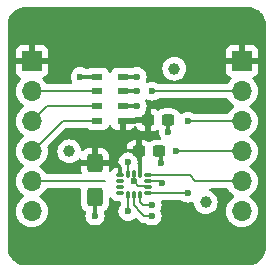
<source format=gbr>
%TF.GenerationSoftware,KiCad,Pcbnew,8.0.8*%
%TF.CreationDate,2025-02-11T16:16:20-05:00*%
%TF.ProjectId,IMU,494d552e-6b69-4636-9164-5f7063625858,rev?*%
%TF.SameCoordinates,Original*%
%TF.FileFunction,Copper,L1,Top*%
%TF.FilePolarity,Positive*%
%FSLAX46Y46*%
G04 Gerber Fmt 4.6, Leading zero omitted, Abs format (unit mm)*
G04 Created by KiCad (PCBNEW 8.0.8) date 2025-02-11 16:16:20*
%MOMM*%
%LPD*%
G01*
G04 APERTURE LIST*
G04 Aperture macros list*
%AMRoundRect*
0 Rectangle with rounded corners*
0 $1 Rounding radius*
0 $2 $3 $4 $5 $6 $7 $8 $9 X,Y pos of 4 corners*
0 Add a 4 corners polygon primitive as box body*
4,1,4,$2,$3,$4,$5,$6,$7,$8,$9,$2,$3,0*
0 Add four circle primitives for the rounded corners*
1,1,$1+$1,$2,$3*
1,1,$1+$1,$4,$5*
1,1,$1+$1,$6,$7*
1,1,$1+$1,$8,$9*
0 Add four rect primitives between the rounded corners*
20,1,$1+$1,$2,$3,$4,$5,0*
20,1,$1+$1,$4,$5,$6,$7,0*
20,1,$1+$1,$6,$7,$8,$9,0*
20,1,$1+$1,$8,$9,$2,$3,0*%
G04 Aperture macros list end*
%TA.AperFunction,SMDPad,CuDef*%
%ADD10C,1.000000*%
%TD*%
%TA.AperFunction,ComponentPad*%
%ADD11R,1.700000X1.700000*%
%TD*%
%TA.AperFunction,ComponentPad*%
%ADD12O,1.700000X1.700000*%
%TD*%
%TA.AperFunction,SMDPad,CuDef*%
%ADD13RoundRect,0.250000X-0.425000X0.537500X-0.425000X-0.537500X0.425000X-0.537500X0.425000X0.537500X0*%
%TD*%
%TA.AperFunction,SMDPad,CuDef*%
%ADD14RoundRect,0.087500X0.225000X0.087500X-0.225000X0.087500X-0.225000X-0.087500X0.225000X-0.087500X0*%
%TD*%
%TA.AperFunction,SMDPad,CuDef*%
%ADD15RoundRect,0.087500X0.087500X0.225000X-0.087500X0.225000X-0.087500X-0.225000X0.087500X-0.225000X0*%
%TD*%
%TA.AperFunction,SMDPad,CuDef*%
%ADD16RoundRect,0.237500X-0.300000X-0.237500X0.300000X-0.237500X0.300000X0.237500X-0.300000X0.237500X0*%
%TD*%
%TA.AperFunction,SMDPad,CuDef*%
%ADD17R,0.950000X0.550000*%
%TD*%
%TA.AperFunction,ViaPad*%
%ADD18C,0.600000*%
%TD*%
%TA.AperFunction,Conductor*%
%ADD19C,0.200000*%
%TD*%
%TA.AperFunction,Conductor*%
%ADD20C,0.355600*%
%TD*%
G04 APERTURE END LIST*
D10*
%TO.P,FID1,*%
%TO.N,*%
X138694000Y-102976000D03*
%TD*%
%TO.P,FID2,*%
%TO.N,*%
X136027000Y-91673000D03*
%TD*%
D11*
%TO.P,J1,1,Pin_1*%
%TO.N,+3.3V*%
X141752000Y-91038000D03*
D12*
%TO.P,J1,2,Pin_2*%
%TO.N,/sensors/imu_miso*%
X141752000Y-93578000D03*
%TO.P,J1,3,Pin_3*%
%TO.N,/sensors/imu_mosi*%
X141752000Y-96118000D03*
%TO.P,J1,4,Pin_4*%
%TO.N,/sensors/imu_sclk*%
X141752000Y-98658000D03*
%TO.P,J1,5,Pin_5*%
%TO.N,/sensors/imu_int1*%
X141752000Y-101198000D03*
%TO.P,J1,6,Pin_6*%
%TO.N,GNDD*%
X141752000Y-103738000D03*
%TD*%
D13*
%TO.P,C2,1*%
%TO.N,+3.3V*%
X129312500Y-99654500D03*
%TO.P,C2,2*%
%TO.N,GNDD*%
X129312500Y-102529500D03*
%TD*%
D14*
%TO.P,U2,1,SDO/SA0*%
%TO.N,/sensors/imu_mosi*%
X133777000Y-102214000D03*
%TO.P,U2,2,SDX*%
%TO.N,GNDD*%
X133777000Y-101714000D03*
%TO.P,U2,3,SCX*%
X133777000Y-101214000D03*
%TO.P,U2,4,INT1*%
%TO.N,/sensors/imu_int1*%
X133777000Y-100714000D03*
D15*
%TO.P,U2,5,VDDIO*%
%TO.N,+3.3V*%
X133114500Y-100551500D03*
%TO.P,U2,6,GND*%
%TO.N,GNDD*%
X132614500Y-100551500D03*
%TO.P,U2,7,GND*%
X132114500Y-100551500D03*
D14*
%TO.P,U2,8,VDD*%
%TO.N,+3.3V*%
X131452000Y-100714000D03*
%TO.P,U2,9,INT2*%
%TO.N,/sensors/imu_int2*%
X131452000Y-101214000D03*
%TO.P,U2,10,NC*%
%TO.N,unconnected-(U2-NC-Pad10)*%
X131452000Y-101714000D03*
%TO.P,U2,11,NC*%
%TO.N,unconnected-(U2-NC-Pad11)*%
X131452000Y-102214000D03*
D15*
%TO.P,U2,12,CS*%
%TO.N,GNDD*%
X132114500Y-102376500D03*
%TO.P,U2,13,SCL*%
%TO.N,/sensors/imu_sclk*%
X132614500Y-102376500D03*
%TO.P,U2,14,SDA*%
%TO.N,/sensors/imu_miso*%
X133114500Y-102376500D03*
%TD*%
D10*
%TO.P,FID3,*%
%TO.N,*%
X127137000Y-98658000D03*
%TD*%
D16*
%TO.P,C1,1*%
%TO.N,+3.3V*%
X133784000Y-96012000D03*
%TO.P,C1,2*%
%TO.N,GNDD*%
X135509000Y-96012000D03*
%TD*%
D17*
%TO.P,U1,1,VDD*%
%TO.N,+3.3V*%
X131657500Y-96098000D03*
%TO.P,U1,2,PS*%
%TO.N,GNDD*%
X131657500Y-94848000D03*
%TO.P,U1,3,GND*%
X131657500Y-93598000D03*
%TO.P,U1,4,CSB*%
X131657500Y-92348000D03*
%TO.P,U1,5,CSB*%
X129507500Y-92348000D03*
%TO.P,U1,6,SDO*%
%TO.N,/sensors/pres_miso*%
X129507500Y-93598000D03*
%TO.P,U1,7,SDI/SDA*%
%TO.N,/sensors/pres_mosi*%
X129507500Y-94848000D03*
%TO.P,U1,8,SCLK*%
%TO.N,/sensors/pres_sclk*%
X129507500Y-96098000D03*
%TD*%
D16*
%TO.P,C3,1*%
%TO.N,+3.3V*%
X133032000Y-98679000D03*
%TO.P,C3,2*%
%TO.N,GNDD*%
X134757000Y-98679000D03*
%TD*%
D11*
%TO.P,J2,1,Pin_1*%
%TO.N,+3.3V*%
X123962000Y-91038000D03*
D12*
%TO.P,J2,2,Pin_2*%
%TO.N,/sensors/pres_miso*%
X123962000Y-93578000D03*
%TO.P,J2,3,Pin_3*%
%TO.N,/sensors/pres_mosi*%
X123962000Y-96118000D03*
%TO.P,J2,4,Pin_4*%
%TO.N,/sensors/pres_sclk*%
X123962000Y-98658000D03*
%TO.P,J2,5,Pin_5*%
%TO.N,/sensors/imu_int2*%
X123962000Y-101198000D03*
%TO.P,J2,6,Pin_6*%
%TO.N,GNDD*%
X123962000Y-103738000D03*
%TD*%
D18*
%TO.N,GNDD*%
X132106500Y-103759000D03*
X134874000Y-99668500D03*
X129312500Y-104140000D03*
X132106500Y-99568000D03*
X132878500Y-92348000D03*
X132878500Y-94848000D03*
X132878500Y-93598000D03*
X135509000Y-97001500D03*
X128052500Y-92348000D03*
X132614500Y-101219000D03*
X135027500Y-101346000D03*
%TO.N,/sensors/imu_miso*%
X134138500Y-103251000D03*
X134138500Y-93578000D03*
%TO.N,/sensors/imu_sclk*%
X136170500Y-98658000D03*
X134138500Y-104140000D03*
%TO.N,/sensors/imu_mosi*%
X137170000Y-102214000D03*
X137186500Y-96118000D03*
%TD*%
D19*
%TO.N,+3.3V*%
X131687500Y-96012000D02*
X131657500Y-95982000D01*
D20*
X131657500Y-96098000D02*
X133698000Y-96098000D01*
D19*
X133698000Y-96098000D02*
X133784000Y-96012000D01*
X133114500Y-98713500D02*
X133149000Y-98679000D01*
D20*
X131452000Y-100056500D02*
X131050000Y-99654500D01*
X131452000Y-100596000D02*
X131452000Y-100056500D01*
X133114500Y-100433500D02*
X133114500Y-98713500D01*
X131050000Y-99654500D02*
X129312500Y-99654500D01*
D19*
%TO.N,GNDD*%
X133777000Y-101214000D02*
X134895500Y-101214000D01*
X132965500Y-92348000D02*
X133005500Y-92308000D01*
X134895500Y-101214000D02*
X135027500Y-101346000D01*
X132114500Y-100433500D02*
X132114500Y-99576000D01*
X133777000Y-101596000D02*
X132991500Y-101596000D01*
X132878500Y-92348000D02*
X132965500Y-92348000D01*
X132991500Y-101596000D02*
X132614500Y-101219000D01*
X132114500Y-102258500D02*
X132114500Y-103751000D01*
X132106500Y-103759000D02*
X132114500Y-103751000D01*
D20*
X131657500Y-93598000D02*
X132878500Y-93598000D01*
D19*
X132114500Y-99576000D02*
X132106500Y-99568000D01*
D20*
X131657500Y-94848000D02*
X132878500Y-94848000D01*
X129312500Y-102529500D02*
X129312500Y-104140000D01*
X131657500Y-92348000D02*
X132878500Y-92348000D01*
D19*
X132614500Y-100433500D02*
X132614500Y-101219000D01*
D20*
X129507500Y-92348000D02*
X128052500Y-92348000D01*
X135509000Y-96012000D02*
X135509000Y-97001500D01*
X134874000Y-99668500D02*
X134874000Y-98679000D01*
D19*
%TO.N,/sensors/pres_miso*%
X129507500Y-93598000D02*
X129487500Y-93578000D01*
X123962000Y-93472000D02*
X124216000Y-93472000D01*
X129487500Y-93578000D02*
X123962000Y-93578000D01*
X124216000Y-93472000D02*
X124226000Y-93482000D01*
%TO.N,/sensors/imu_int1*%
X137800500Y-101198000D02*
X137316500Y-100714000D01*
X141752000Y-101198000D02*
X137800500Y-101198000D01*
X137316500Y-100714000D02*
X133777000Y-100714000D01*
%TO.N,/sensors/imu_int2*%
X123978000Y-101214000D02*
X123962000Y-101198000D01*
X123966000Y-101096000D02*
X123962000Y-101092000D01*
X130165500Y-101214000D02*
X123978000Y-101214000D01*
%TO.N,/sensors/imu_miso*%
X133376500Y-103251000D02*
X134138500Y-103251000D01*
X133114500Y-102258500D02*
X133114500Y-102989000D01*
X134138500Y-93578000D02*
X141752000Y-93578000D01*
X133114500Y-102989000D02*
X133376500Y-103251000D01*
%TO.N,/sensors/pres_sclk*%
X124136750Y-98552000D02*
X123962000Y-98552000D01*
X129507500Y-96098000D02*
X126590750Y-96098000D01*
X126590750Y-96098000D02*
X124136750Y-98552000D01*
%TO.N,/sensors/imu_sclk*%
X133503500Y-104140000D02*
X134138500Y-104140000D01*
X132614500Y-103251000D02*
X133249500Y-103886000D01*
X136170500Y-98658000D02*
X141752000Y-98658000D01*
X133249500Y-103886000D02*
X133503500Y-104140000D01*
X132614500Y-102258500D02*
X132614500Y-103251000D01*
%TO.N,/sensors/imu_mosi*%
X137186500Y-96118000D02*
X141752000Y-96118000D01*
X137056500Y-102214000D02*
X137170000Y-102214000D01*
X133777000Y-102214000D02*
X137056500Y-102214000D01*
%TO.N,/sensors/pres_mosi*%
X123962000Y-96118000D02*
X125232000Y-94848000D01*
X125232000Y-94848000D02*
X129507500Y-94848000D01*
%TD*%
%TA.AperFunction,Conductor*%
%TO.N,+3.3V*%
G36*
X140529948Y-94198185D02*
G01*
X140575292Y-94250097D01*
X140577965Y-94255830D01*
X140710445Y-94445031D01*
X140713501Y-94449395D01*
X140713506Y-94449402D01*
X140880597Y-94616493D01*
X140880603Y-94616498D01*
X141066158Y-94746425D01*
X141109783Y-94801002D01*
X141116977Y-94870500D01*
X141085454Y-94932855D01*
X141066158Y-94949575D01*
X140880597Y-95079505D01*
X140713506Y-95246596D01*
X140577965Y-95440170D01*
X140577962Y-95440175D01*
X140575289Y-95445909D01*
X140529115Y-95498346D01*
X140462909Y-95517500D01*
X137768912Y-95517500D01*
X137701873Y-95497815D01*
X137691597Y-95490445D01*
X137688763Y-95488185D01*
X137688762Y-95488184D01*
X137570023Y-95413575D01*
X137536023Y-95392211D01*
X137365754Y-95332631D01*
X137365749Y-95332630D01*
X137186504Y-95312435D01*
X137186496Y-95312435D01*
X137007250Y-95332630D01*
X137007245Y-95332631D01*
X136836976Y-95392211D01*
X136684237Y-95488184D01*
X136680618Y-95491803D01*
X136619293Y-95525285D01*
X136549602Y-95520296D01*
X136493671Y-95478422D01*
X136486501Y-95466444D01*
X136486199Y-95466631D01*
X136482408Y-95460485D01*
X136482408Y-95460484D01*
X136391840Y-95313650D01*
X136269850Y-95191660D01*
X136178629Y-95135395D01*
X136123018Y-95101093D01*
X136123013Y-95101091D01*
X136121569Y-95100612D01*
X135959253Y-95046826D01*
X135959251Y-95046825D01*
X135858178Y-95036500D01*
X135159830Y-95036500D01*
X135159812Y-95036501D01*
X135058747Y-95046825D01*
X134894984Y-95101092D01*
X134894981Y-95101093D01*
X134748148Y-95191661D01*
X134733825Y-95205984D01*
X134672501Y-95239468D01*
X134602809Y-95234482D01*
X134558465Y-95205982D01*
X134544538Y-95192055D01*
X134544534Y-95192052D01*
X134397811Y-95101551D01*
X134397800Y-95101546D01*
X134234152Y-95047319D01*
X134133154Y-95037000D01*
X134034000Y-95037000D01*
X134034000Y-96986999D01*
X134133140Y-96986999D01*
X134133154Y-96986998D01*
X134234152Y-96976680D01*
X134397800Y-96922453D01*
X134397807Y-96922450D01*
X134518989Y-96847703D01*
X134586381Y-96829262D01*
X134653045Y-96850184D01*
X134697815Y-96903825D01*
X134707308Y-96967122D01*
X134705069Y-96986998D01*
X134703436Y-97001496D01*
X134703435Y-97001501D01*
X134703435Y-97001503D01*
X134723630Y-97180749D01*
X134723631Y-97180754D01*
X134783211Y-97351023D01*
X134882889Y-97509658D01*
X134881368Y-97510613D01*
X134904337Y-97566878D01*
X134891578Y-97635573D01*
X134843706Y-97686465D01*
X134780981Y-97703500D01*
X134407830Y-97703500D01*
X134407812Y-97703501D01*
X134306747Y-97713825D01*
X134142984Y-97768092D01*
X134142981Y-97768093D01*
X133996148Y-97858661D01*
X133981825Y-97872984D01*
X133920501Y-97906468D01*
X133850809Y-97901482D01*
X133806465Y-97872982D01*
X133792538Y-97859055D01*
X133792534Y-97859052D01*
X133645811Y-97768551D01*
X133645800Y-97768546D01*
X133482152Y-97714319D01*
X133381154Y-97704000D01*
X133282000Y-97704000D01*
X133282000Y-99632958D01*
X133286666Y-99641504D01*
X133289500Y-99667862D01*
X133289500Y-99784699D01*
X133269815Y-99851738D01*
X133217011Y-99897493D01*
X133147853Y-99907437D01*
X133090014Y-99883075D01*
X132998538Y-99812883D01*
X132975772Y-99803453D01*
X132921370Y-99759610D01*
X132899307Y-99693316D01*
X132900008Y-99675009D01*
X132912065Y-99568002D01*
X132912065Y-99567996D01*
X132891869Y-99388750D01*
X132891866Y-99388737D01*
X132832290Y-99218479D01*
X132801006Y-99168690D01*
X132782000Y-99102719D01*
X132782000Y-98929000D01*
X132629870Y-98929000D01*
X132563898Y-98909994D01*
X132456023Y-98842211D01*
X132285754Y-98782631D01*
X132285749Y-98782630D01*
X132106504Y-98762435D01*
X132106496Y-98762435D01*
X131927250Y-98782630D01*
X131927245Y-98782631D01*
X131756976Y-98842211D01*
X131604237Y-98938184D01*
X131476684Y-99065737D01*
X131380711Y-99218476D01*
X131321131Y-99388745D01*
X131321130Y-99388750D01*
X131300935Y-99567996D01*
X131300935Y-99568003D01*
X131321130Y-99747249D01*
X131321133Y-99747262D01*
X131365497Y-99874045D01*
X131369059Y-99943824D01*
X131334331Y-100004451D01*
X131272337Y-100036679D01*
X131248458Y-100039000D01*
X131188487Y-100039000D01*
X131073640Y-100054118D01*
X131073628Y-100054122D01*
X130930719Y-100113316D01*
X130930713Y-100113319D01*
X130807990Y-100207489D01*
X130807989Y-100207490D01*
X130708871Y-100336663D01*
X130706212Y-100334623D01*
X130666832Y-100372101D01*
X130598212Y-100385258D01*
X130533372Y-100359228D01*
X130492898Y-100302275D01*
X130486760Y-100249222D01*
X130487499Y-100241990D01*
X130487500Y-100241973D01*
X130487500Y-99904500D01*
X128137501Y-99904500D01*
X128137501Y-100241986D01*
X128147993Y-100344695D01*
X128183053Y-100450495D01*
X128185455Y-100520324D01*
X128149723Y-100580366D01*
X128087203Y-100611559D01*
X128065347Y-100613500D01*
X125258552Y-100613500D01*
X125191513Y-100593815D01*
X125146171Y-100541907D01*
X125136036Y-100520173D01*
X125136034Y-100520170D01*
X125136033Y-100520169D01*
X125023342Y-100359228D01*
X125000494Y-100326597D01*
X124833402Y-100159506D01*
X124833396Y-100159501D01*
X124647842Y-100029575D01*
X124604217Y-99974998D01*
X124597023Y-99905500D01*
X124628546Y-99843145D01*
X124647842Y-99826425D01*
X124718214Y-99777150D01*
X124833401Y-99696495D01*
X125000495Y-99529401D01*
X125136035Y-99335830D01*
X125235903Y-99121663D01*
X125297063Y-98893408D01*
X125317659Y-98658000D01*
X126131659Y-98658000D01*
X126150975Y-98854129D01*
X126208188Y-99042733D01*
X126301086Y-99216532D01*
X126301090Y-99216539D01*
X126426116Y-99368883D01*
X126578460Y-99493909D01*
X126578467Y-99493913D01*
X126752266Y-99586811D01*
X126752269Y-99586811D01*
X126752273Y-99586814D01*
X126940868Y-99644024D01*
X127137000Y-99663341D01*
X127333132Y-99644024D01*
X127521727Y-99586814D01*
X127556926Y-99568000D01*
X127695532Y-99493913D01*
X127695538Y-99493910D01*
X127847883Y-99368883D01*
X127917647Y-99283876D01*
X127975392Y-99244542D01*
X128045237Y-99242671D01*
X128105005Y-99278859D01*
X128135721Y-99341614D01*
X128137500Y-99362541D01*
X128137500Y-99404500D01*
X129062500Y-99404500D01*
X129562500Y-99404500D01*
X130487499Y-99404500D01*
X130487499Y-99067028D01*
X130487498Y-99067013D01*
X130477005Y-98964302D01*
X130421858Y-98797880D01*
X130421856Y-98797875D01*
X130329815Y-98648654D01*
X130205845Y-98524684D01*
X130056624Y-98432643D01*
X130056619Y-98432641D01*
X129935014Y-98392345D01*
X131994500Y-98392345D01*
X131994500Y-98429000D01*
X132782000Y-98429000D01*
X132782000Y-97703999D01*
X132682860Y-97704000D01*
X132682844Y-97704001D01*
X132581847Y-97714319D01*
X132418199Y-97768546D01*
X132418188Y-97768551D01*
X132271465Y-97859052D01*
X132271461Y-97859055D01*
X132149555Y-97980961D01*
X132149552Y-97980965D01*
X132059051Y-98127688D01*
X132059046Y-98127699D01*
X132004819Y-98291347D01*
X131994500Y-98392345D01*
X129935014Y-98392345D01*
X129890197Y-98377494D01*
X129890190Y-98377493D01*
X129787486Y-98367000D01*
X129562500Y-98367000D01*
X129562500Y-99404500D01*
X129062500Y-99404500D01*
X129062500Y-98367000D01*
X128837529Y-98367000D01*
X128837512Y-98367001D01*
X128734802Y-98377494D01*
X128568380Y-98432641D01*
X128568375Y-98432643D01*
X128419157Y-98524682D01*
X128340593Y-98603246D01*
X128279269Y-98636730D01*
X128209578Y-98631746D01*
X128153644Y-98589874D01*
X128129509Y-98527717D01*
X128129210Y-98524684D01*
X128123024Y-98461868D01*
X128065814Y-98273273D01*
X128065811Y-98273269D01*
X128065811Y-98273266D01*
X127972913Y-98099467D01*
X127972909Y-98099460D01*
X127847883Y-97947116D01*
X127695539Y-97822090D01*
X127695532Y-97822086D01*
X127521733Y-97729188D01*
X127521727Y-97729186D01*
X127333132Y-97671976D01*
X127333129Y-97671975D01*
X127137000Y-97652659D01*
X126940870Y-97671975D01*
X126752266Y-97729188D01*
X126578467Y-97822086D01*
X126578460Y-97822090D01*
X126426116Y-97947116D01*
X126301090Y-98099460D01*
X126301086Y-98099467D01*
X126208188Y-98273266D01*
X126150975Y-98461870D01*
X126131659Y-98658000D01*
X125317659Y-98658000D01*
X125297063Y-98422592D01*
X125277200Y-98348463D01*
X125278863Y-98278614D01*
X125309292Y-98228691D01*
X126803166Y-96734819D01*
X126864489Y-96701334D01*
X126890847Y-96698500D01*
X128591546Y-96698500D01*
X128658585Y-96718185D01*
X128667657Y-96725495D01*
X128667855Y-96725232D01*
X128790164Y-96816793D01*
X128790171Y-96816797D01*
X128925017Y-96867091D01*
X128925016Y-96867091D01*
X128931944Y-96867835D01*
X128984627Y-96873500D01*
X130030372Y-96873499D01*
X130089983Y-96867091D01*
X130224831Y-96816796D01*
X130340046Y-96730546D01*
X130426296Y-96615331D01*
X130426388Y-96615086D01*
X130466584Y-96507313D01*
X130508454Y-96451379D01*
X130573919Y-96426961D01*
X130642192Y-96441812D01*
X130691598Y-96491217D01*
X130698948Y-96507312D01*
X130739145Y-96615086D01*
X130739149Y-96615093D01*
X130825309Y-96730187D01*
X130825312Y-96730190D01*
X130940406Y-96816350D01*
X130940413Y-96816354D01*
X131075120Y-96866596D01*
X131075127Y-96866598D01*
X131134655Y-96872999D01*
X131134672Y-96873000D01*
X131407500Y-96873000D01*
X131407500Y-96348000D01*
X131907500Y-96348000D01*
X131907500Y-96873000D01*
X132180328Y-96873000D01*
X132180344Y-96872999D01*
X132239872Y-96866598D01*
X132239879Y-96866596D01*
X132374586Y-96816354D01*
X132374593Y-96816350D01*
X132489687Y-96730190D01*
X132489690Y-96730187D01*
X132575850Y-96615093D01*
X132575853Y-96615088D01*
X132587907Y-96582769D01*
X132629778Y-96526834D01*
X132695241Y-96502416D01*
X132763515Y-96517267D01*
X132809628Y-96561003D01*
X132901552Y-96710034D01*
X132901555Y-96710038D01*
X133023461Y-96831944D01*
X133023465Y-96831947D01*
X133170188Y-96922448D01*
X133170199Y-96922453D01*
X133333847Y-96976680D01*
X133434851Y-96986999D01*
X133534000Y-96986998D01*
X133534000Y-96262000D01*
X132762500Y-96262000D01*
X132746703Y-96277796D01*
X132742815Y-96291039D01*
X132690011Y-96336794D01*
X132638500Y-96348000D01*
X131907500Y-96348000D01*
X131407500Y-96348000D01*
X131407500Y-96222000D01*
X131427185Y-96154961D01*
X131479989Y-96109206D01*
X131531500Y-96098000D01*
X131657500Y-96098000D01*
X131657500Y-95972000D01*
X131677185Y-95904961D01*
X131729989Y-95859206D01*
X131781500Y-95848000D01*
X132616500Y-95848000D01*
X132632296Y-95832203D01*
X132636185Y-95818961D01*
X132688989Y-95773206D01*
X132740500Y-95762000D01*
X133534000Y-95762000D01*
X133534000Y-95345110D01*
X133553007Y-95279138D01*
X133604287Y-95197526D01*
X133604287Y-95197524D01*
X133604289Y-95197522D01*
X133663868Y-95027255D01*
X133663869Y-95027249D01*
X133684065Y-94848003D01*
X133684065Y-94847996D01*
X133663869Y-94668750D01*
X133663868Y-94668745D01*
X133604288Y-94498475D01*
X133570706Y-94445031D01*
X133551705Y-94377794D01*
X133572072Y-94310959D01*
X133625340Y-94265745D01*
X133694596Y-94256506D01*
X133741671Y-94274065D01*
X133788973Y-94303787D01*
X133788977Y-94303788D01*
X133788978Y-94303789D01*
X133959245Y-94363368D01*
X133959250Y-94363369D01*
X134138496Y-94383565D01*
X134138500Y-94383565D01*
X134138504Y-94383565D01*
X134317749Y-94363369D01*
X134317752Y-94363368D01*
X134317755Y-94363368D01*
X134488022Y-94303789D01*
X134640762Y-94207816D01*
X134640767Y-94207810D01*
X134643597Y-94205555D01*
X134645775Y-94204665D01*
X134646658Y-94204111D01*
X134646755Y-94204265D01*
X134708283Y-94179145D01*
X134720912Y-94178500D01*
X140462909Y-94178500D01*
X140529948Y-94198185D01*
G37*
%TD.AperFunction*%
%TA.AperFunction,Conductor*%
G36*
X142286425Y-86458814D02*
G01*
X142486568Y-86473130D01*
X142504072Y-86475647D01*
X142695803Y-86517356D01*
X142712761Y-86522335D01*
X142896620Y-86590912D01*
X142912700Y-86598256D01*
X143070304Y-86684315D01*
X143084909Y-86692290D01*
X143099793Y-86701855D01*
X143256866Y-86819439D01*
X143270237Y-86831025D01*
X143408981Y-86969770D01*
X143420566Y-86983141D01*
X143538146Y-87140210D01*
X143547711Y-87155093D01*
X143641744Y-87327301D01*
X143649094Y-87343395D01*
X143717662Y-87527235D01*
X143722646Y-87544210D01*
X143764352Y-87735932D01*
X143766870Y-87753443D01*
X143770683Y-87806746D01*
X143776785Y-87892069D01*
X143781195Y-87953715D01*
X143781511Y-87962562D01*
X143781511Y-106813572D01*
X143781195Y-106822419D01*
X143766880Y-107022558D01*
X143764362Y-107040068D01*
X143722657Y-107231788D01*
X143717673Y-107248765D01*
X143649100Y-107432614D01*
X143641751Y-107448705D01*
X143547719Y-107620913D01*
X143538157Y-107635793D01*
X143420574Y-107792865D01*
X143408989Y-107806235D01*
X143270244Y-107944981D01*
X143256873Y-107956567D01*
X143099801Y-108074150D01*
X143084918Y-108083715D01*
X142912709Y-108177750D01*
X142896614Y-108185100D01*
X142712773Y-108253669D01*
X142695799Y-108258653D01*
X142504076Y-108300361D01*
X142486564Y-108302879D01*
X142286580Y-108317184D01*
X142277733Y-108317500D01*
X123426428Y-108317500D01*
X123417582Y-108317184D01*
X123395622Y-108315613D01*
X123217442Y-108302869D01*
X123199931Y-108300351D01*
X123008212Y-108258646D01*
X122991236Y-108253662D01*
X122807390Y-108185090D01*
X122791298Y-108177740D01*
X122619095Y-108083711D01*
X122604210Y-108074146D01*
X122447132Y-107956558D01*
X122433762Y-107944972D01*
X122295027Y-107806237D01*
X122283441Y-107792867D01*
X122283440Y-107792865D01*
X122165849Y-107635784D01*
X122156288Y-107620904D01*
X122062259Y-107448701D01*
X122054909Y-107432609D01*
X121986334Y-107248755D01*
X121981355Y-107231797D01*
X121939647Y-107040063D01*
X121937130Y-107022561D01*
X121922816Y-106822418D01*
X121922500Y-106813572D01*
X121922500Y-93577999D01*
X122606341Y-93577999D01*
X122606341Y-93578000D01*
X122626936Y-93813403D01*
X122626938Y-93813413D01*
X122688094Y-94041655D01*
X122688096Y-94041659D01*
X122688097Y-94041663D01*
X122784081Y-94247500D01*
X122787965Y-94255830D01*
X122787967Y-94255834D01*
X122923501Y-94449395D01*
X122923506Y-94449402D01*
X123090597Y-94616493D01*
X123090603Y-94616498D01*
X123276158Y-94746425D01*
X123319783Y-94801002D01*
X123326977Y-94870500D01*
X123295454Y-94932855D01*
X123276158Y-94949575D01*
X123090597Y-95079505D01*
X122923505Y-95246597D01*
X122787965Y-95440169D01*
X122787964Y-95440171D01*
X122688098Y-95654335D01*
X122688094Y-95654344D01*
X122626938Y-95882586D01*
X122626936Y-95882596D01*
X122606341Y-96117999D01*
X122606341Y-96118000D01*
X122626936Y-96353403D01*
X122626938Y-96353413D01*
X122688094Y-96581655D01*
X122688096Y-96581659D01*
X122688097Y-96581663D01*
X122757523Y-96730547D01*
X122787965Y-96795830D01*
X122787967Y-96795834D01*
X122863584Y-96903825D01*
X122921822Y-96986998D01*
X122923501Y-96989395D01*
X122923506Y-96989402D01*
X123090597Y-97156493D01*
X123090603Y-97156498D01*
X123276158Y-97286425D01*
X123319783Y-97341002D01*
X123326977Y-97410500D01*
X123295454Y-97472855D01*
X123276158Y-97489575D01*
X123090597Y-97619505D01*
X122923505Y-97786597D01*
X122787965Y-97980169D01*
X122787964Y-97980171D01*
X122688098Y-98194335D01*
X122688094Y-98194344D01*
X122626938Y-98422586D01*
X122626936Y-98422596D01*
X122606341Y-98657999D01*
X122606341Y-98658000D01*
X122626936Y-98893403D01*
X122626938Y-98893413D01*
X122688094Y-99121655D01*
X122688096Y-99121659D01*
X122688097Y-99121663D01*
X122763848Y-99284111D01*
X122787965Y-99335830D01*
X122787967Y-99335834D01*
X122923501Y-99529395D01*
X122923506Y-99529402D01*
X123090597Y-99696493D01*
X123090603Y-99696498D01*
X123276158Y-99826425D01*
X123319783Y-99881002D01*
X123326977Y-99950500D01*
X123295454Y-100012855D01*
X123276158Y-100029575D01*
X123090597Y-100159505D01*
X122923505Y-100326597D01*
X122787965Y-100520169D01*
X122787964Y-100520171D01*
X122688098Y-100734335D01*
X122688094Y-100734344D01*
X122626938Y-100962586D01*
X122626936Y-100962596D01*
X122606341Y-101197999D01*
X122606341Y-101198000D01*
X122626936Y-101433403D01*
X122626938Y-101433413D01*
X122688094Y-101661655D01*
X122688096Y-101661659D01*
X122688097Y-101661663D01*
X122785293Y-101870099D01*
X122787965Y-101875830D01*
X122787967Y-101875834D01*
X122923501Y-102069395D01*
X122923506Y-102069402D01*
X123090597Y-102236493D01*
X123090603Y-102236498D01*
X123276158Y-102366425D01*
X123319783Y-102421002D01*
X123326977Y-102490500D01*
X123295454Y-102552855D01*
X123276158Y-102569575D01*
X123090597Y-102699505D01*
X122923505Y-102866597D01*
X122787965Y-103060169D01*
X122787964Y-103060171D01*
X122688098Y-103274335D01*
X122688094Y-103274344D01*
X122626938Y-103502586D01*
X122626936Y-103502596D01*
X122606341Y-103737999D01*
X122606341Y-103738000D01*
X122626936Y-103973403D01*
X122626938Y-103973413D01*
X122688094Y-104201655D01*
X122688096Y-104201659D01*
X122688097Y-104201663D01*
X122742931Y-104319254D01*
X122787965Y-104415830D01*
X122787967Y-104415834D01*
X122877968Y-104544368D01*
X122923505Y-104609401D01*
X123090599Y-104776495D01*
X123187384Y-104844265D01*
X123284165Y-104912032D01*
X123284167Y-104912033D01*
X123284170Y-104912035D01*
X123498337Y-105011903D01*
X123726592Y-105073063D01*
X123914918Y-105089539D01*
X123961999Y-105093659D01*
X123962000Y-105093659D01*
X123962001Y-105093659D01*
X124001234Y-105090226D01*
X124197408Y-105073063D01*
X124425663Y-105011903D01*
X124639830Y-104912035D01*
X124833401Y-104776495D01*
X125000495Y-104609401D01*
X125136035Y-104415830D01*
X125235903Y-104201663D01*
X125297063Y-103973408D01*
X125317659Y-103738000D01*
X125297063Y-103502592D01*
X125235903Y-103274337D01*
X125136035Y-103060171D01*
X125122049Y-103040196D01*
X125000494Y-102866597D01*
X124833402Y-102699506D01*
X124833396Y-102699501D01*
X124647842Y-102569575D01*
X124604217Y-102514998D01*
X124597023Y-102445500D01*
X124628546Y-102383145D01*
X124647842Y-102366425D01*
X124670026Y-102350891D01*
X124833401Y-102236495D01*
X125000495Y-102069401D01*
X125113170Y-101908484D01*
X125139140Y-101871396D01*
X125140214Y-101872148D01*
X125186207Y-101828288D01*
X125243035Y-101814500D01*
X128013017Y-101814500D01*
X128080056Y-101834185D01*
X128125811Y-101886989D01*
X128135717Y-101938834D01*
X128137000Y-101938834D01*
X128137000Y-103117001D01*
X128137001Y-103117018D01*
X128147500Y-103219796D01*
X128147501Y-103219799D01*
X128202685Y-103386331D01*
X128202687Y-103386336D01*
X128237569Y-103442888D01*
X128294788Y-103535656D01*
X128418844Y-103659712D01*
X128476866Y-103695500D01*
X128509661Y-103715728D01*
X128556385Y-103767676D01*
X128567608Y-103836639D01*
X128561606Y-103862221D01*
X128527132Y-103960742D01*
X128527130Y-103960750D01*
X128506935Y-104139996D01*
X128506935Y-104140003D01*
X128527130Y-104319249D01*
X128527131Y-104319254D01*
X128586711Y-104489523D01*
X128669023Y-104620521D01*
X128682684Y-104642262D01*
X128810238Y-104769816D01*
X128962978Y-104865789D01*
X129133245Y-104925368D01*
X129133250Y-104925369D01*
X129312496Y-104945565D01*
X129312500Y-104945565D01*
X129312504Y-104945565D01*
X129491749Y-104925369D01*
X129491752Y-104925368D01*
X129491755Y-104925368D01*
X129662022Y-104865789D01*
X129814762Y-104769816D01*
X129942316Y-104642262D01*
X130038289Y-104489522D01*
X130097868Y-104319255D01*
X130097869Y-104319249D01*
X130118065Y-104140003D01*
X130118065Y-104139996D01*
X130097869Y-103960750D01*
X130097868Y-103960745D01*
X130063393Y-103862221D01*
X130059832Y-103792442D01*
X130094561Y-103731814D01*
X130115332Y-103715732D01*
X130206156Y-103659712D01*
X130330212Y-103535656D01*
X130422314Y-103386334D01*
X130477499Y-103219797D01*
X130488000Y-103117009D01*
X130487999Y-102669601D01*
X130507683Y-102602565D01*
X130560487Y-102556810D01*
X130629646Y-102546866D01*
X130693202Y-102575891D01*
X130710375Y-102594117D01*
X130713383Y-102598037D01*
X130791241Y-102699505D01*
X130807634Y-102720868D01*
X130930463Y-102815117D01*
X130930462Y-102815117D01*
X130976497Y-102834185D01*
X131073501Y-102874365D01*
X131188460Y-102889500D01*
X131390000Y-102889500D01*
X131457039Y-102909185D01*
X131502794Y-102961989D01*
X131514000Y-103013500D01*
X131514000Y-103168060D01*
X131494315Y-103235099D01*
X131477681Y-103255741D01*
X131476684Y-103256737D01*
X131380711Y-103409476D01*
X131321131Y-103579745D01*
X131321130Y-103579750D01*
X131300935Y-103758996D01*
X131300935Y-103759003D01*
X131321130Y-103938249D01*
X131321131Y-103938254D01*
X131380711Y-104108523D01*
X131476684Y-104261262D01*
X131604238Y-104388816D01*
X131756978Y-104484789D01*
X131927245Y-104544368D01*
X131927250Y-104544369D01*
X132106496Y-104564565D01*
X132106500Y-104564565D01*
X132106504Y-104564565D01*
X132285749Y-104544369D01*
X132285752Y-104544368D01*
X132285755Y-104544368D01*
X132456022Y-104484789D01*
X132608762Y-104388816D01*
X132668240Y-104329338D01*
X132729563Y-104295853D01*
X132799255Y-104300837D01*
X132843602Y-104329338D01*
X132887849Y-104373585D01*
X132887855Y-104373590D01*
X133018639Y-104504374D01*
X133018649Y-104504385D01*
X133022979Y-104508715D01*
X133022980Y-104508716D01*
X133134784Y-104620520D01*
X133134786Y-104620521D01*
X133134790Y-104620524D01*
X133215064Y-104666870D01*
X133215065Y-104666870D01*
X133271715Y-104699577D01*
X133424442Y-104740500D01*
X133424443Y-104740500D01*
X133556088Y-104740500D01*
X133623127Y-104760185D01*
X133633403Y-104767555D01*
X133636236Y-104769814D01*
X133636238Y-104769816D01*
X133788978Y-104865789D01*
X133959245Y-104925368D01*
X133959250Y-104925369D01*
X134138496Y-104945565D01*
X134138500Y-104945565D01*
X134138504Y-104945565D01*
X134317749Y-104925369D01*
X134317752Y-104925368D01*
X134317755Y-104925368D01*
X134488022Y-104865789D01*
X134640762Y-104769816D01*
X134768316Y-104642262D01*
X134864289Y-104489522D01*
X134923868Y-104319255D01*
X134923869Y-104319249D01*
X134944065Y-104140003D01*
X134944065Y-104139996D01*
X134923869Y-103960750D01*
X134923868Y-103960745D01*
X134864288Y-103790475D01*
X134846064Y-103761473D01*
X134827063Y-103694237D01*
X134846064Y-103629527D01*
X134864288Y-103600524D01*
X134886986Y-103535657D01*
X134923868Y-103430255D01*
X134926209Y-103409478D01*
X134944065Y-103251003D01*
X134944065Y-103250996D01*
X134923869Y-103071750D01*
X134923866Y-103071737D01*
X134891575Y-102979455D01*
X134888013Y-102909676D01*
X134922741Y-102849049D01*
X134984735Y-102816821D01*
X135008616Y-102814500D01*
X136587588Y-102814500D01*
X136654627Y-102834185D01*
X136664903Y-102841555D01*
X136667736Y-102843814D01*
X136667738Y-102843816D01*
X136781270Y-102915152D01*
X136816817Y-102937489D01*
X136820478Y-102939789D01*
X136883922Y-102961989D01*
X136990745Y-102999368D01*
X136990750Y-102999369D01*
X137169996Y-103019565D01*
X137170000Y-103019565D01*
X137170004Y-103019565D01*
X137349249Y-102999369D01*
X137349252Y-102999368D01*
X137349255Y-102999368D01*
X137519522Y-102939789D01*
X137519522Y-102939788D01*
X137526095Y-102937489D01*
X137526681Y-102939165D01*
X137586708Y-102929277D01*
X137650845Y-102956994D01*
X137689815Y-103014986D01*
X137694981Y-103040196D01*
X137707975Y-103172129D01*
X137707976Y-103172132D01*
X137731900Y-103251000D01*
X137765188Y-103360733D01*
X137858086Y-103534532D01*
X137858090Y-103534539D01*
X137983116Y-103686883D01*
X138135460Y-103811909D01*
X138135467Y-103811913D01*
X138309266Y-103904811D01*
X138309269Y-103904811D01*
X138309273Y-103904814D01*
X138497868Y-103962024D01*
X138694000Y-103981341D01*
X138890132Y-103962024D01*
X139078727Y-103904814D01*
X139252538Y-103811910D01*
X139404883Y-103686883D01*
X139529910Y-103534538D01*
X139576362Y-103447632D01*
X139622811Y-103360733D01*
X139622811Y-103360732D01*
X139622814Y-103360727D01*
X139680024Y-103172132D01*
X139699341Y-102976000D01*
X139680024Y-102779868D01*
X139622814Y-102591273D01*
X139622811Y-102591269D01*
X139622811Y-102591266D01*
X139529913Y-102417467D01*
X139529909Y-102417460D01*
X139404883Y-102265116D01*
X139252539Y-102140090D01*
X139252532Y-102140086D01*
X139078728Y-102047186D01*
X139058863Y-102041160D01*
X139000425Y-102002863D01*
X138971968Y-101939050D01*
X138982529Y-101869983D01*
X139028754Y-101817590D01*
X139094859Y-101798500D01*
X140462909Y-101798500D01*
X140529948Y-101818185D01*
X140575292Y-101870097D01*
X140577965Y-101875830D01*
X140697950Y-102047186D01*
X140713501Y-102069395D01*
X140713506Y-102069402D01*
X140880597Y-102236493D01*
X140880603Y-102236498D01*
X141066158Y-102366425D01*
X141109783Y-102421002D01*
X141116977Y-102490500D01*
X141085454Y-102552855D01*
X141066158Y-102569575D01*
X140880597Y-102699505D01*
X140713505Y-102866597D01*
X140577965Y-103060169D01*
X140577964Y-103060171D01*
X140478098Y-103274335D01*
X140478094Y-103274344D01*
X140416938Y-103502586D01*
X140416936Y-103502596D01*
X140396341Y-103737999D01*
X140396341Y-103738000D01*
X140416936Y-103973403D01*
X140416938Y-103973413D01*
X140478094Y-104201655D01*
X140478096Y-104201659D01*
X140478097Y-104201663D01*
X140532931Y-104319254D01*
X140577965Y-104415830D01*
X140577967Y-104415834D01*
X140667968Y-104544368D01*
X140713505Y-104609401D01*
X140880599Y-104776495D01*
X140977384Y-104844265D01*
X141074165Y-104912032D01*
X141074167Y-104912033D01*
X141074170Y-104912035D01*
X141288337Y-105011903D01*
X141516592Y-105073063D01*
X141704918Y-105089539D01*
X141751999Y-105093659D01*
X141752000Y-105093659D01*
X141752001Y-105093659D01*
X141791234Y-105090226D01*
X141987408Y-105073063D01*
X142215663Y-105011903D01*
X142429830Y-104912035D01*
X142623401Y-104776495D01*
X142790495Y-104609401D01*
X142926035Y-104415830D01*
X143025903Y-104201663D01*
X143087063Y-103973408D01*
X143107659Y-103738000D01*
X143087063Y-103502592D01*
X143025903Y-103274337D01*
X142926035Y-103060171D01*
X142912049Y-103040196D01*
X142790494Y-102866597D01*
X142623402Y-102699506D01*
X142623396Y-102699501D01*
X142437842Y-102569575D01*
X142394217Y-102514998D01*
X142387023Y-102445500D01*
X142418546Y-102383145D01*
X142437842Y-102366425D01*
X142460026Y-102350891D01*
X142623401Y-102236495D01*
X142790495Y-102069401D01*
X142926035Y-101875830D01*
X143025903Y-101661663D01*
X143087063Y-101433408D01*
X143107659Y-101198000D01*
X143087063Y-100962592D01*
X143025903Y-100734337D01*
X142926035Y-100520171D01*
X142926034Y-100520169D01*
X142790494Y-100326597D01*
X142623402Y-100159506D01*
X142623396Y-100159501D01*
X142437842Y-100029575D01*
X142394217Y-99974998D01*
X142387023Y-99905500D01*
X142418546Y-99843145D01*
X142437842Y-99826425D01*
X142508214Y-99777150D01*
X142623401Y-99696495D01*
X142790495Y-99529401D01*
X142926035Y-99335830D01*
X143025903Y-99121663D01*
X143087063Y-98893408D01*
X143107659Y-98658000D01*
X143087063Y-98422592D01*
X143040626Y-98249285D01*
X143025905Y-98194344D01*
X143025904Y-98194343D01*
X143025903Y-98194337D01*
X142926035Y-97980171D01*
X142926034Y-97980169D01*
X142790494Y-97786597D01*
X142623402Y-97619506D01*
X142623396Y-97619501D01*
X142437842Y-97489575D01*
X142394217Y-97434998D01*
X142387023Y-97365500D01*
X142418546Y-97303145D01*
X142437842Y-97286425D01*
X142588754Y-97180755D01*
X142623401Y-97156495D01*
X142790495Y-96989401D01*
X142926035Y-96795830D01*
X143025903Y-96581663D01*
X143087063Y-96353408D01*
X143107659Y-96118000D01*
X143087063Y-95882592D01*
X143025903Y-95654337D01*
X142926035Y-95440171D01*
X142926034Y-95440169D01*
X142790494Y-95246597D01*
X142623402Y-95079506D01*
X142623396Y-95079501D01*
X142437842Y-94949575D01*
X142394217Y-94894998D01*
X142387023Y-94825500D01*
X142418546Y-94763145D01*
X142437842Y-94746425D01*
X142548780Y-94668745D01*
X142623401Y-94616495D01*
X142790495Y-94449401D01*
X142926035Y-94255830D01*
X143025903Y-94041663D01*
X143087063Y-93813408D01*
X143107659Y-93578000D01*
X143087063Y-93342592D01*
X143025903Y-93114337D01*
X142926035Y-92900171D01*
X142926034Y-92900169D01*
X142790496Y-92706600D01*
X142742920Y-92659024D01*
X142668179Y-92584283D01*
X142634696Y-92522963D01*
X142639680Y-92453271D01*
X142681551Y-92397337D01*
X142712529Y-92380422D01*
X142844086Y-92331354D01*
X142844093Y-92331350D01*
X142959187Y-92245190D01*
X142959190Y-92245187D01*
X143045350Y-92130093D01*
X143045354Y-92130086D01*
X143095596Y-91995379D01*
X143095598Y-91995372D01*
X143101999Y-91935844D01*
X143102000Y-91935827D01*
X143102000Y-91288000D01*
X142185012Y-91288000D01*
X142217925Y-91230993D01*
X142252000Y-91103826D01*
X142252000Y-90972174D01*
X142217925Y-90845007D01*
X142185012Y-90788000D01*
X143102000Y-90788000D01*
X143102000Y-90140172D01*
X143101999Y-90140155D01*
X143095598Y-90080627D01*
X143095596Y-90080620D01*
X143045354Y-89945913D01*
X143045350Y-89945906D01*
X142959190Y-89830812D01*
X142959187Y-89830809D01*
X142844093Y-89744649D01*
X142844086Y-89744645D01*
X142709379Y-89694403D01*
X142709372Y-89694401D01*
X142649844Y-89688000D01*
X142002000Y-89688000D01*
X142002000Y-90604988D01*
X141944993Y-90572075D01*
X141817826Y-90538000D01*
X141686174Y-90538000D01*
X141559007Y-90572075D01*
X141502000Y-90604988D01*
X141502000Y-89688000D01*
X140854155Y-89688000D01*
X140794627Y-89694401D01*
X140794620Y-89694403D01*
X140659913Y-89744645D01*
X140659906Y-89744649D01*
X140544812Y-89830809D01*
X140544809Y-89830812D01*
X140458649Y-89945906D01*
X140458645Y-89945913D01*
X140408403Y-90080620D01*
X140408401Y-90080627D01*
X140402000Y-90140155D01*
X140402000Y-90788000D01*
X141318988Y-90788000D01*
X141286075Y-90845007D01*
X141252000Y-90972174D01*
X141252000Y-91103826D01*
X141286075Y-91230993D01*
X141318988Y-91288000D01*
X140402000Y-91288000D01*
X140402000Y-91935844D01*
X140408401Y-91995372D01*
X140408403Y-91995379D01*
X140458645Y-92130086D01*
X140458649Y-92130093D01*
X140544809Y-92245187D01*
X140544812Y-92245190D01*
X140659906Y-92331350D01*
X140659913Y-92331354D01*
X140791470Y-92380421D01*
X140847403Y-92422292D01*
X140871821Y-92487756D01*
X140856970Y-92556029D01*
X140835819Y-92584284D01*
X140713503Y-92706600D01*
X140577965Y-92900170D01*
X140577962Y-92900175D01*
X140575289Y-92905909D01*
X140529115Y-92958346D01*
X140462909Y-92977500D01*
X134720912Y-92977500D01*
X134653873Y-92957815D01*
X134643597Y-92950445D01*
X134640763Y-92948185D01*
X134640762Y-92948184D01*
X134525454Y-92875731D01*
X134488023Y-92852211D01*
X134317754Y-92792631D01*
X134317749Y-92792630D01*
X134138504Y-92772435D01*
X134138496Y-92772435D01*
X133959250Y-92792630D01*
X133959245Y-92792631D01*
X133788974Y-92852212D01*
X133781776Y-92856735D01*
X133714538Y-92875731D01*
X133647704Y-92855361D01*
X133602493Y-92802091D01*
X133593258Y-92732834D01*
X133602161Y-92704155D01*
X133601989Y-92704095D01*
X133603682Y-92699255D01*
X133604097Y-92697920D01*
X133604284Y-92697528D01*
X133604289Y-92697522D01*
X133663868Y-92527255D01*
X133665935Y-92508909D01*
X133684065Y-92348003D01*
X133684065Y-92347996D01*
X133663869Y-92168750D01*
X133663868Y-92168745D01*
X133604288Y-91998476D01*
X133523015Y-91869132D01*
X133508316Y-91845738D01*
X133380762Y-91718184D01*
X133376414Y-91715452D01*
X133308853Y-91673000D01*
X135021659Y-91673000D01*
X135040975Y-91869129D01*
X135098188Y-92057733D01*
X135191086Y-92231532D01*
X135191090Y-92231539D01*
X135316116Y-92383883D01*
X135468460Y-92508909D01*
X135468467Y-92508913D01*
X135642266Y-92601811D01*
X135642269Y-92601811D01*
X135642273Y-92601814D01*
X135830868Y-92659024D01*
X136027000Y-92678341D01*
X136223132Y-92659024D01*
X136411727Y-92601814D01*
X136444524Y-92584284D01*
X136551228Y-92527249D01*
X136585538Y-92508910D01*
X136737883Y-92383883D01*
X136862910Y-92231538D01*
X136955814Y-92057727D01*
X137013024Y-91869132D01*
X137032341Y-91673000D01*
X137013024Y-91476868D01*
X136955814Y-91288273D01*
X136955811Y-91288269D01*
X136955811Y-91288266D01*
X136862913Y-91114467D01*
X136862909Y-91114460D01*
X136737883Y-90962116D01*
X136585539Y-90837090D01*
X136585532Y-90837086D01*
X136411733Y-90744188D01*
X136411727Y-90744186D01*
X136223132Y-90686976D01*
X136223129Y-90686975D01*
X136027000Y-90667659D01*
X135830870Y-90686975D01*
X135642266Y-90744188D01*
X135468467Y-90837086D01*
X135468460Y-90837090D01*
X135316116Y-90962116D01*
X135191090Y-91114460D01*
X135191086Y-91114467D01*
X135098188Y-91288266D01*
X135040975Y-91476870D01*
X135021659Y-91673000D01*
X133308853Y-91673000D01*
X133228023Y-91622211D01*
X133057754Y-91562631D01*
X133057749Y-91562630D01*
X132878504Y-91542435D01*
X132878496Y-91542435D01*
X132699250Y-91562630D01*
X132699245Y-91562631D01*
X132528973Y-91622212D01*
X132512199Y-91632752D01*
X132444962Y-91651751D01*
X132382943Y-91632849D01*
X132382614Y-91633454D01*
X132379692Y-91631858D01*
X132378128Y-91631382D01*
X132375705Y-91629681D01*
X132374828Y-91629202D01*
X132239982Y-91578908D01*
X132239983Y-91578908D01*
X132180383Y-91572501D01*
X132180381Y-91572500D01*
X132180373Y-91572500D01*
X132180364Y-91572500D01*
X131134629Y-91572500D01*
X131134623Y-91572501D01*
X131075016Y-91578908D01*
X130940171Y-91629202D01*
X130940164Y-91629206D01*
X130824955Y-91715452D01*
X130824952Y-91715455D01*
X130738706Y-91830664D01*
X130738702Y-91830671D01*
X130698682Y-91937972D01*
X130656811Y-91993906D01*
X130591346Y-92018323D01*
X130523073Y-92003471D01*
X130473668Y-91954066D01*
X130466318Y-91937972D01*
X130426297Y-91830671D01*
X130426293Y-91830664D01*
X130340047Y-91715455D01*
X130340044Y-91715452D01*
X130224835Y-91629206D01*
X130224828Y-91629202D01*
X130089982Y-91578908D01*
X130089983Y-91578908D01*
X130030383Y-91572501D01*
X130030381Y-91572500D01*
X130030373Y-91572500D01*
X130030364Y-91572500D01*
X128984629Y-91572500D01*
X128984623Y-91572501D01*
X128925016Y-91578908D01*
X128790171Y-91629202D01*
X128790164Y-91629206D01*
X128769111Y-91644967D01*
X128703647Y-91669384D01*
X128694801Y-91669700D01*
X128513324Y-91669700D01*
X128447351Y-91650693D01*
X128402024Y-91622211D01*
X128231754Y-91562631D01*
X128231749Y-91562630D01*
X128052504Y-91542435D01*
X128052496Y-91542435D01*
X127873250Y-91562630D01*
X127873245Y-91562631D01*
X127702976Y-91622211D01*
X127550237Y-91718184D01*
X127422684Y-91845737D01*
X127326711Y-91998476D01*
X127267131Y-92168745D01*
X127267130Y-92168750D01*
X127246935Y-92347996D01*
X127246935Y-92348003D01*
X127267130Y-92527249D01*
X127267131Y-92527254D01*
X127326711Y-92697524D01*
X127383265Y-92787527D01*
X127402266Y-92854764D01*
X127381899Y-92921599D01*
X127328631Y-92966814D01*
X127278272Y-92977500D01*
X125251091Y-92977500D01*
X125184052Y-92957815D01*
X125138711Y-92905909D01*
X125136037Y-92900175D01*
X125136034Y-92900170D01*
X125136033Y-92900169D01*
X125036505Y-92758027D01*
X125000496Y-92706600D01*
X124952920Y-92659024D01*
X124878179Y-92584283D01*
X124844696Y-92522963D01*
X124849680Y-92453271D01*
X124891551Y-92397337D01*
X124922529Y-92380422D01*
X125054086Y-92331354D01*
X125054093Y-92331350D01*
X125169187Y-92245190D01*
X125169190Y-92245187D01*
X125255350Y-92130093D01*
X125255354Y-92130086D01*
X125305596Y-91995379D01*
X125305598Y-91995372D01*
X125311999Y-91935844D01*
X125312000Y-91935827D01*
X125312000Y-91288000D01*
X124395012Y-91288000D01*
X124427925Y-91230993D01*
X124462000Y-91103826D01*
X124462000Y-90972174D01*
X124427925Y-90845007D01*
X124395012Y-90788000D01*
X125312000Y-90788000D01*
X125312000Y-90140172D01*
X125311999Y-90140155D01*
X125305598Y-90080627D01*
X125305596Y-90080620D01*
X125255354Y-89945913D01*
X125255350Y-89945906D01*
X125169190Y-89830812D01*
X125169187Y-89830809D01*
X125054093Y-89744649D01*
X125054086Y-89744645D01*
X124919379Y-89694403D01*
X124919372Y-89694401D01*
X124859844Y-89688000D01*
X124212000Y-89688000D01*
X124212000Y-90604988D01*
X124154993Y-90572075D01*
X124027826Y-90538000D01*
X123896174Y-90538000D01*
X123769007Y-90572075D01*
X123712000Y-90604988D01*
X123712000Y-89688000D01*
X123064155Y-89688000D01*
X123004627Y-89694401D01*
X123004620Y-89694403D01*
X122869913Y-89744645D01*
X122869906Y-89744649D01*
X122754812Y-89830809D01*
X122754809Y-89830812D01*
X122668649Y-89945906D01*
X122668645Y-89945913D01*
X122618403Y-90080620D01*
X122618401Y-90080627D01*
X122612000Y-90140155D01*
X122612000Y-90788000D01*
X123528988Y-90788000D01*
X123496075Y-90845007D01*
X123462000Y-90972174D01*
X123462000Y-91103826D01*
X123496075Y-91230993D01*
X123528988Y-91288000D01*
X122612000Y-91288000D01*
X122612000Y-91935844D01*
X122618401Y-91995372D01*
X122618403Y-91995379D01*
X122668645Y-92130086D01*
X122668649Y-92130093D01*
X122754809Y-92245187D01*
X122754812Y-92245190D01*
X122869906Y-92331350D01*
X122869913Y-92331354D01*
X123001470Y-92380421D01*
X123057403Y-92422292D01*
X123081821Y-92487756D01*
X123066970Y-92556029D01*
X123045819Y-92584284D01*
X122923503Y-92706600D01*
X122787965Y-92900169D01*
X122787964Y-92900171D01*
X122688098Y-93114335D01*
X122688094Y-93114344D01*
X122626938Y-93342586D01*
X122626936Y-93342596D01*
X122606341Y-93577999D01*
X121922500Y-93577999D01*
X121922500Y-87962426D01*
X121922816Y-87953580D01*
X121937130Y-87753442D01*
X121939648Y-87735932D01*
X121981356Y-87544198D01*
X121986333Y-87527247D01*
X122054913Y-87343379D01*
X122062257Y-87327301D01*
X122156295Y-87155083D01*
X122165855Y-87140210D01*
X122283444Y-86983128D01*
X122295020Y-86969770D01*
X122433770Y-86831019D01*
X122447124Y-86819447D01*
X122604221Y-86701845D01*
X122619092Y-86692290D01*
X122791298Y-86598258D01*
X122807385Y-86590911D01*
X122991248Y-86522333D01*
X123008199Y-86517356D01*
X123199938Y-86475646D01*
X123217436Y-86473130D01*
X123417600Y-86458814D01*
X123426437Y-86458499D01*
X123487892Y-86458499D01*
X142216116Y-86458499D01*
X142277579Y-86458499D01*
X142286425Y-86458814D01*
G37*
%TD.AperFunction*%
%TD*%
M02*

</source>
